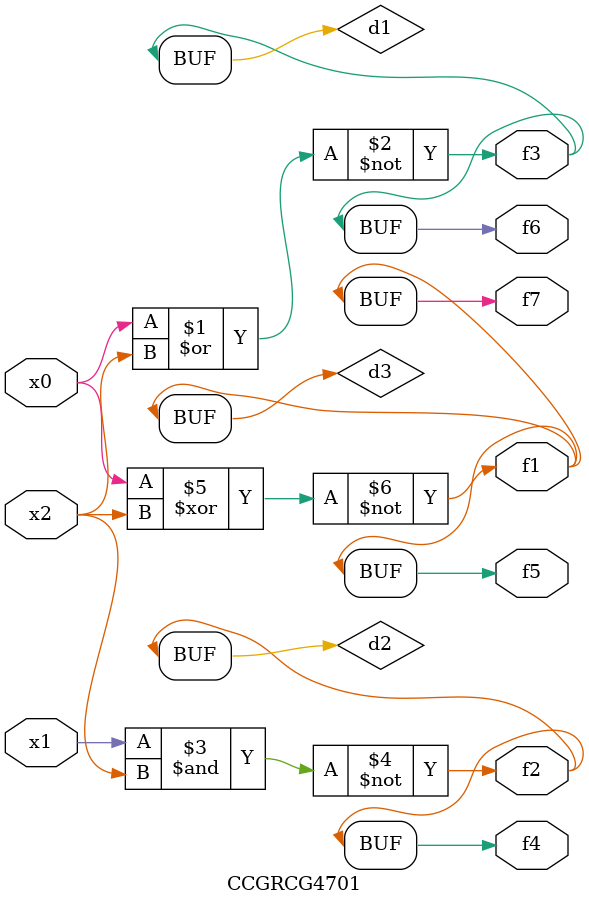
<source format=v>
module CCGRCG4701(
	input x0, x1, x2,
	output f1, f2, f3, f4, f5, f6, f7
);

	wire d1, d2, d3;

	nor (d1, x0, x2);
	nand (d2, x1, x2);
	xnor (d3, x0, x2);
	assign f1 = d3;
	assign f2 = d2;
	assign f3 = d1;
	assign f4 = d2;
	assign f5 = d3;
	assign f6 = d1;
	assign f7 = d3;
endmodule

</source>
